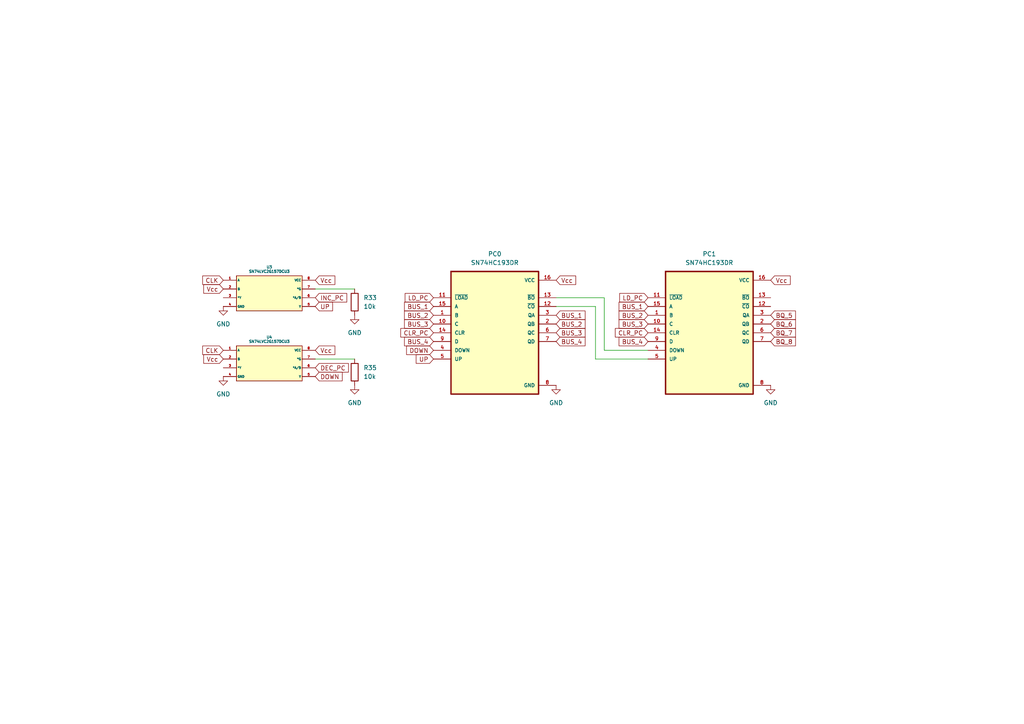
<source format=kicad_sch>
(kicad_sch (version 20250114) (generator "eeschema") (generator_version "9.0")
  (paper "A4")
  (lib_symbols
    (symbol "Device:R" (pin_numbers (hide yes)) (pin_names (offset 0))
      (property "Reference" "R" (at 2.032 0 90))
      (property "Value" "R" (at 0 0 90))
      (symbol "R_0_1"
        (rectangle (start -1.016 -2.54) (end 1.016 2.54) (stroke (width 0.254)))
      )
      (symbol "R_1_1"
        (pin passive line (at 0 3.81 270) (length 1.27) (name "~") (number "1"))
        (pin passive line (at 0 -3.81 90) (length 1.27) (name "~") (number "2"))
      )
    )
    (symbol "SN74HC193DR:SN74HC193DR" (pin_names (offset 1.016))
      (property "Reference" "U" (at -12.7 18.78 0))
      (property "Value" "SN74HC193DR" (at -12.7 -21.78 0))
      (symbol "SN74HC193DR_0_0"
        (rectangle (start -12.7 -17.78) (end 12.7 17.78) (stroke (width 0.41)) (fill (type background)))
        (pin input line (at -17.78 10.16 0) (length 5.08) (name "~{LOAD}") (number "11"))
        (pin input line (at -17.78 7.62 0) (length 5.08) (name "A") (number "15"))
        (pin input line (at -17.78 5.08 0) (length 5.08) (name "B") (number "1"))
        (pin input line (at -17.78 2.54 0) (length 5.08) (name "C") (number "10"))
        (pin input line (at -17.78 0 0) (length 5.08) (name "CLR") (number "14"))
        (pin input line (at -17.78 -2.54 0) (length 5.08) (name "D") (number "9"))
        (pin input line (at -17.78 -5.08 0) (length 5.08) (name "DOWN") (number "4"))
        (pin input line (at -17.78 -7.62 0) (length 5.08) (name "UP") (number "5"))
        (pin power_in line (at 17.78 15.24 180) (length 5.08) (name "VCC") (number "16"))
        (pin output line (at 17.78 10.16 180) (length 5.08) (name "~{BO}") (number "13"))
        (pin output line (at 17.78 7.62 180) (length 5.08) (name "~{CO}") (number "12"))
        (pin output line (at 17.78 5.08 180) (length 5.08) (name "QA") (number "3"))
        (pin output line (at 17.78 2.54 180) (length 5.08) (name "QB") (number "2"))
        (pin output line (at 17.78 0 180) (length 5.08) (name "QC") (number "6"))
        (pin output line (at 17.78 -2.54 180) (length 5.08) (name "QD") (number "7"))
        (pin power_in line (at 17.78 -15.24 180) (length 5.08) (name "GND") (number "8"))
      )
    )
    (symbol "SN74LVC2G157DCU3:SN74LVC2G157DCU3" (pin_names (offset 0.254))
      (property "Reference" "U" (at 28.702 -30.226 0))
      (property "Value" "SN74LVC2G157DCU3" (at 28.448 -32.004 0))
      (symbol "SN74LVC2G157DCU3_0_1"
        (polyline (pts (xy 19.05 -33.02) (xy 19.05 -43.18)) (stroke (width 0.127)))
        (polyline (pts (xy 19.05 -43.18) (xy 38.1 -43.18)) (stroke (width 0.127)))
        (polyline (pts (xy 38.1 -33.02) (xy 19.05 -33.02)) (stroke (width 0.127)))
        (polyline (pts (xy 38.1 -43.18) (xy 38.1 -33.02)) (stroke (width 0.127)))
      )
      (symbol "SN74LVC2G157DCU3_1_1"
        (rectangle (start 19.05 -33.02) (end 38.1 -43.18) (fill (type background)))
        (pin input line (at 15.24 -34.29 0) (length 3.81) (name "A") (number "1"))
        (pin input line (at 15.24 -36.83 0) (length 3.81) (name "B") (number "2"))
        (pin output line (at 15.24 -39.37 0) (length 3.81) (name "*Y") (number "3"))
        (pin power_in line (at 15.24 -41.91 0) (length 3.81) (name "GND") (number "4"))
        (pin power_in line (at 41.91 -34.29 180) (length 3.81) (name "VCC") (number "8"))
        (pin input line (at 41.91 -36.83 180) (length 3.81) (name "*G") (number "7"))
        (pin input line (at 41.91 -39.37 180) (length 3.81) (name "*A/B") (number "6"))
        (pin output line (at 41.91 -41.91 180) (length 3.81) (name "Y") (number "5"))
      )
    )
    (symbol "power:GND" (power) (pin_numbers (hide yes)) (pin_names (offset 0) (hide yes))
      (property "Value" "GND" (at 0 -3.81 0))
      (symbol "GND_0_1"
        (polyline (pts (xy 0 0) (xy 0 -1.27) (xy 1.27 -1.27) (xy 0 -2.54) (xy -1.27 -1.27) (xy 0 -1.27)))
      )
      (symbol "GND_1_1"
        (pin power_in line (at 0 0 270) (length 0) (name "~") (number "1"))
      )
    )
  )
  (wire (pts (xy 91.44 104.14) (xy 102.87 104.14)))
  (wire (pts (xy 172.72 88.9) (xy 172.72 104.14)))
  (wire (pts (xy 161.29 88.9) (xy 172.72 88.9)))
  (wire (pts (xy 91.44 83.82) (xy 102.87 83.82)))
  (wire (pts (xy 172.72 104.14) (xy 187.96 104.14)))
  (wire (pts (xy 175.26 86.36) (xy 175.26 101.6)))
  (wire (pts (xy 161.29 86.36) (xy 175.26 86.36)))
  (wire (pts (xy 175.26 101.6) (xy 187.96 101.6)))
  (global_label "BUS_4" (shape input) (at 125.73 99.06 180) (property "Intersheetrefs" "${INTERSHEET_REFS}" (effects (hide yes))))
  (global_label "BQ_8" (shape input) (at 223.52 99.06 0) (property "Intersheetrefs" "${INTERSHEET_REFS}" (effects (hide yes))))
  (global_label "BUS_1" (shape input) (at 125.73 88.9 180) (property "Intersheetrefs" "${INTERSHEET_REFS}" (effects (hide yes))))
  (global_label "BUS_3" (shape input) (at 125.73 93.98 180) (property "Intersheetrefs" "${INTERSHEET_REFS}" (effects (hide yes))))
  (global_label "BUS_3" (shape input) (at 187.96 93.98 180) (property "Intersheetrefs" "${INTERSHEET_REFS}" (effects (hide yes))))
  (global_label "CLK" (shape input) (at 64.77 101.6 180) (property "Intersheetrefs" "${INTERSHEET_REFS}" (effects (hide yes))))
  (global_label "BQ_6" (shape input) (at 223.52 93.98 0) (property "Intersheetrefs" "${INTERSHEET_REFS}" (effects (hide yes))))
  (global_label "DOWN" (shape input) (at 91.44 109.22 0) (property "Intersheetrefs" "${INTERSHEET_REFS}" (effects (hide yes))))
  (global_label "BQ_5" (shape input) (at 223.52 91.44 0) (property "Intersheetrefs" "${INTERSHEET_REFS}" (effects (hide yes))))
  (global_label "CLR_PC" (shape input) (at 125.73 96.52 180) (property "Intersheetrefs" "${INTERSHEET_REFS}" (effects (hide yes))))
  (global_label "BUS_2" (shape input) (at 187.96 91.44 180) (property "Intersheetrefs" "${INTERSHEET_REFS}" (effects (hide yes))))
  (global_label "Vcc" (shape input) (at 91.44 101.6 0) (property "Intersheetrefs" "${INTERSHEET_REFS}" (effects (hide yes))))
  (global_label "Vcc" (shape input) (at 91.44 81.28 0) (property "Intersheetrefs" "${INTERSHEET_REFS}" (effects (hide yes))))
  (global_label "BUS_1" (shape input) (at 161.29 91.44 0) (property "Intersheetrefs" "${INTERSHEET_REFS}" (effects (hide yes))))
  (global_label "INC_PC" (shape input) (at 91.44 86.36 0) (property "Intersheetrefs" "${INTERSHEET_REFS}" (effects (hide yes))))
  (global_label "BUS_2" (shape input) (at 161.29 93.98 0) (property "Intersheetrefs" "${INTERSHEET_REFS}" (effects (hide yes))))
  (global_label "UP" (shape input) (at 91.44 88.9 0) (property "Intersheetrefs" "${INTERSHEET_REFS}" (effects (hide yes))))
  (global_label "BQ_7" (shape input) (at 223.52 96.52 0) (property "Intersheetrefs" "${INTERSHEET_REFS}" (effects (hide yes))))
  (global_label "BUS_4" (shape input) (at 161.29 99.06 0) (property "Intersheetrefs" "${INTERSHEET_REFS}" (effects (hide yes))))
  (global_label "Vcc" (shape input) (at 223.52 81.28 0) (property "Intersheetrefs" "${INTERSHEET_REFS}" (effects (hide yes))))
  (global_label "LD_PC" (shape input) (at 187.96 86.36 180) (property "Intersheetrefs" "${INTERSHEET_REFS}" (effects (hide yes))))
  (global_label "DOWN" (shape input) (at 125.73 101.6 180) (property "Intersheetrefs" "${INTERSHEET_REFS}" (effects (hide yes))))
  (global_label "BUS_3" (shape input) (at 161.29 96.52 0) (property "Intersheetrefs" "${INTERSHEET_REFS}" (effects (hide yes))))
  (global_label "CLR_PC" (shape input) (at 187.96 96.52 180) (property "Intersheetrefs" "${INTERSHEET_REFS}" (effects (hide yes))))
  (global_label "BUS_2" (shape input) (at 125.73 91.44 180) (property "Intersheetrefs" "${INTERSHEET_REFS}" (effects (hide yes))))
  (global_label "Vcc" (shape input) (at 161.29 81.28 0) (property "Intersheetrefs" "${INTERSHEET_REFS}" (effects (hide yes))))
  (global_label "CLK" (shape input) (at 64.77 81.28 180) (property "Intersheetrefs" "${INTERSHEET_REFS}" (effects (hide yes))))
  (global_label "UP" (shape input) (at 125.73 104.14 180) (property "Intersheetrefs" "${INTERSHEET_REFS}" (effects (hide yes))))
  (global_label "BUS_1" (shape input) (at 187.96 88.9 180) (property "Intersheetrefs" "${INTERSHEET_REFS}" (effects (hide yes))))
  (global_label "Vcc" (shape input) (at 64.77 104.14 180) (property "Intersheetrefs" "${INTERSHEET_REFS}" (effects (hide yes))))
  (global_label "DEC_PC" (shape input) (at 91.44 106.68 0) (property "Intersheetrefs" "${INTERSHEET_REFS}" (effects (hide yes))))
  (global_label "LD_PC" (shape input) (at 125.73 86.36 180) (property "Intersheetrefs" "${INTERSHEET_REFS}" (effects (hide yes))))
  (global_label "BUS_4" (shape input) (at 187.96 99.06 180) (property "Intersheetrefs" "${INTERSHEET_REFS}" (effects (hide yes))))
  (global_label "Vcc" (shape input) (at 64.77 83.82 180) (property "Intersheetrefs" "${INTERSHEET_REFS}" (effects (hide yes))))
  (symbol (lib_id "SN74LVC2G157DCU3:SN74LVC2G157DCU3") (at 49.53 67.31 0) (unit 1)
    (property "Reference" "U4" (at 78.105 97.79 0) (effects (font (size 0.762 0.762))))
    (property "Value" "SN74LVC2G157DCU3" (at 78.105 99.06 0) (effects (font (size 0.762 0.762))))
    (property "Footprint" "DCU8" (effects (hide yes)))
    (property "Datasheet" "https://www.ti.com/lit/gpn/sn74lvc2g157" (effects (hide yes)))
  )
  (symbol (lib_id "Device:R") (at 102.87 107.95 180) (unit 1)
    (property "Reference" "R35" (at 105.41 106.6799 0) (effects (justify right)))
    (property "Value" "10k" (at 105.41 109.2199 0) (effects (justify right)))
    (property "Description" "Resistor" (effects (hide yes)))
  )
  (symbol (lib_id "SN74LVC2G157DCU3:SN74LVC2G157DCU3") (at 49.53 46.99 0) (unit 1)
    (property "Reference" "U3" (at 78.105 77.47 0) (effects (font (size 0.762 0.762))))
    (property "Value" "SN74LVC2G157DCU3" (at 78.105 78.74 0) (effects (font (size 0.762 0.762))))
    (property "Footprint" "DCU8" (effects (hide yes)))
    (property "Datasheet" "https://www.ti.com/lit/gpn/sn74lvc2g157" (effects (hide yes)))
  )
  (symbol (lib_id "SN74HC193DR:SN74HC193DR") (at 205.74 96.52 0) (unit 1)
    (property "Reference" "PC1" (at 205.74 73.66 0))
    (property "Value" "SN74HC193DR" (at 205.74 76.2 0))
    (property "Footprint" "SN74HC193DR:SOIC127P600X175-16N" (effects (hide yes)))
  )
  (symbol (lib_id "power:GND") (at 64.77 88.9 0) (unit 1)
    (property "Reference" "#PWR085" (effects (hide yes)))
    (property "Value" "GND" (at 64.77 93.98 0))
    (property "Description" "Power symbol creates a global label with name \"GND\" , ground" (effects (hide yes)))
  )
  (symbol (lib_id "power:GND") (at 102.87 91.44 0) (unit 1)
    (property "Reference" "#PWR084" (effects (hide yes)))
    (property "Value" "GND" (at 102.87 96.52 0))
    (property "Description" "Power symbol creates a global label with name \"GND\" , ground" (effects (hide yes)))
  )
  (symbol (lib_id "power:GND") (at 64.77 109.22 0) (unit 1)
    (property "Reference" "#PWR088" (effects (hide yes)))
    (property "Value" "GND" (at 64.77 114.3 0))
    (property "Description" "Power symbol creates a global label with name \"GND\" , ground" (effects (hide yes)))
  )
  (symbol (lib_id "power:GND") (at 161.29 111.76 0) (unit 1)
    (property "Reference" "#PWR041" (effects (hide yes)))
    (property "Value" "GND" (at 161.29 116.84 0))
    (property "Description" "Power symbol creates a global label with name \"GND\" , ground" (effects (hide yes)))
  )
  (symbol (lib_id "SN74HC193DR:SN74HC193DR") (at 143.51 96.52 0) (unit 1)
    (property "Reference" "PC0" (at 143.51 73.66 0))
    (property "Value" "SN74HC193DR" (at 143.51 76.2 0))
    (property "Footprint" "SN74HC193DR:SOIC127P600X175-16N" (effects (hide yes)))
  )
  (symbol (lib_id "power:GND") (at 223.52 111.76 0) (unit 1)
    (property "Reference" "#PWR083" (effects (hide yes)))
    (property "Value" "GND" (at 223.52 116.84 0))
    (property "Description" "Power symbol creates a global label with name \"GND\" , ground" (effects (hide yes)))
  )
  (symbol (lib_id "power:GND") (at 102.87 111.76 0) (unit 1)
    (property "Reference" "#PWR089" (effects (hide yes)))
    (property "Value" "GND" (at 102.87 116.84 0))
    (property "Description" "Power symbol creates a global label with name \"GND\" , ground" (effects (hide yes)))
  )
  (symbol (lib_id "Device:R") (at 102.87 87.63 180) (unit 1)
    (property "Reference" "R33" (at 105.41 86.3599 0) (effects (justify right)))
    (property "Value" "10k" (at 105.41 88.8999 0) (effects (justify right)))
    (property "Description" "Resistor" (effects (hide yes)))
  )
)
</source>
